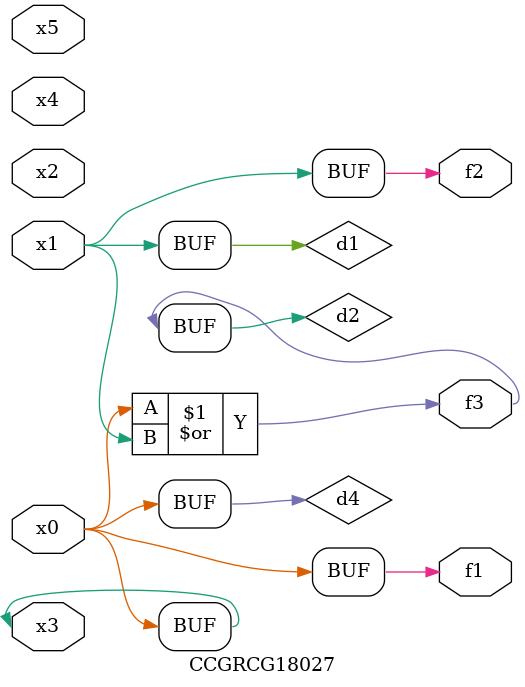
<source format=v>
module CCGRCG18027(
	input x0, x1, x2, x3, x4, x5,
	output f1, f2, f3
);

	wire d1, d2, d3, d4;

	and (d1, x1);
	or (d2, x0, x1);
	nand (d3, x0, x5);
	buf (d4, x0, x3);
	assign f1 = d4;
	assign f2 = d1;
	assign f3 = d2;
endmodule

</source>
